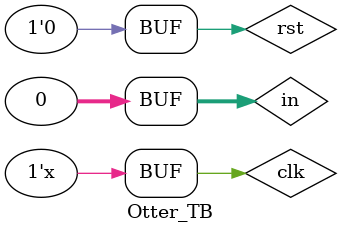
<source format=sv>
`timescale 1ns / 1ps

module Otter_TB();
    // Simulation Test Bench
    logic clk, intr, rst, wr;
    logic [31:0] in, iobus_out, iobus_addr;
    
    OTTER_MCU CPU(
        .CLK(clk), 
        .IOBUS_IN(in), 
        .RESET(rst),
        .IOBUS_OUT(iobus_out), 
        .IOBUS_ADDR(iobus_addr), 
        .IOBUS_WR(wr)
    );
    
    initial begin
    clk = 0;
    rst = 1'b1;
    end
    always begin
    #10 clk = ~clk; end
    always begin
    #60 rst = 0;
     in = 32'h0;
    end
endmodule

</source>
